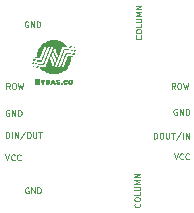
<source format=gbr>
%TF.GenerationSoftware,KiCad,Pcbnew,6.0.5*%
%TF.CreationDate,2022-10-09T08:24:47+11:00*%
%TF.ProjectId,ameoba,616d656f-6261-42e6-9b69-6361645f7063,rev?*%
%TF.SameCoordinates,Original*%
%TF.FileFunction,Legend,Top*%
%TF.FilePolarity,Positive*%
%FSLAX46Y46*%
G04 Gerber Fmt 4.6, Leading zero omitted, Abs format (unit mm)*
G04 Created by KiCad (PCBNEW 6.0.5) date 2022-10-09 08:24:47*
%MOMM*%
%LPD*%
G01*
G04 APERTURE LIST*
%ADD10C,0.125000*%
%ADD11C,0.150000*%
G04 APERTURE END LIST*
D10*
X32223954Y-25964320D02*
X32176335Y-25940510D01*
X32104907Y-25940510D01*
X32033478Y-25964320D01*
X31985859Y-26011939D01*
X31962049Y-26059558D01*
X31938240Y-26154796D01*
X31938240Y-26226224D01*
X31962049Y-26321462D01*
X31985859Y-26369081D01*
X32033478Y-26416700D01*
X32104907Y-26440510D01*
X32152526Y-26440510D01*
X32223954Y-26416700D01*
X32247764Y-26392891D01*
X32247764Y-26226224D01*
X32152526Y-26226224D01*
X32462049Y-26440510D02*
X32462049Y-25940510D01*
X32747764Y-26440510D01*
X32747764Y-25940510D01*
X32985859Y-26440510D02*
X32985859Y-25940510D01*
X33104907Y-25940510D01*
X33176335Y-25964320D01*
X33223954Y-26011939D01*
X33247764Y-26059558D01*
X33271573Y-26154796D01*
X33271573Y-26226224D01*
X33247764Y-26321462D01*
X33223954Y-26369081D01*
X33176335Y-26416700D01*
X33104907Y-26440510D01*
X32985859Y-26440510D01*
X31971324Y-29712137D02*
X32137991Y-30212137D01*
X32304657Y-29712137D01*
X32757038Y-30164518D02*
X32733229Y-30188327D01*
X32661800Y-30212137D01*
X32614181Y-30212137D01*
X32542752Y-30188327D01*
X32495133Y-30140708D01*
X32471324Y-30093089D01*
X32447514Y-29997851D01*
X32447514Y-29926423D01*
X32471324Y-29831185D01*
X32495133Y-29783566D01*
X32542752Y-29735947D01*
X32614181Y-29712137D01*
X32661800Y-29712137D01*
X32733229Y-29735947D01*
X32757038Y-29759756D01*
X33257038Y-30164518D02*
X33233229Y-30188327D01*
X33161800Y-30212137D01*
X33114181Y-30212137D01*
X33042752Y-30188327D01*
X32995133Y-30140708D01*
X32971324Y-30093089D01*
X32947514Y-29997851D01*
X32947514Y-29926423D01*
X32971324Y-29831185D01*
X32995133Y-29783566D01*
X33042752Y-29735947D01*
X33114181Y-29712137D01*
X33161800Y-29712137D01*
X33233229Y-29735947D01*
X33257038Y-29759756D01*
X19667736Y-32608677D02*
X19620117Y-32584867D01*
X19548689Y-32584867D01*
X19477260Y-32608677D01*
X19429641Y-32656296D01*
X19405831Y-32703915D01*
X19382022Y-32799153D01*
X19382022Y-32870581D01*
X19405831Y-32965819D01*
X19429641Y-33013438D01*
X19477260Y-33061057D01*
X19548689Y-33084867D01*
X19596308Y-33084867D01*
X19667736Y-33061057D01*
X19691546Y-33037248D01*
X19691546Y-32870581D01*
X19596308Y-32870581D01*
X19905831Y-33084867D02*
X19905831Y-32584867D01*
X20191546Y-33084867D01*
X20191546Y-32584867D01*
X20429641Y-33084867D02*
X20429641Y-32584867D01*
X20548689Y-32584867D01*
X20620117Y-32608677D01*
X20667736Y-32656296D01*
X20691546Y-32703915D01*
X20715355Y-32799153D01*
X20715355Y-32870581D01*
X20691546Y-32965819D01*
X20667736Y-33013438D01*
X20620117Y-33061057D01*
X20548689Y-33084867D01*
X20429641Y-33084867D01*
X18084990Y-24256936D02*
X17918324Y-24018841D01*
X17799276Y-24256936D02*
X17799276Y-23756936D01*
X17989752Y-23756936D01*
X18037371Y-23780746D01*
X18061181Y-23804555D01*
X18084990Y-23852174D01*
X18084990Y-23923603D01*
X18061181Y-23971222D01*
X18037371Y-23995031D01*
X17989752Y-24018841D01*
X17799276Y-24018841D01*
X18394514Y-23756936D02*
X18489752Y-23756936D01*
X18537371Y-23780746D01*
X18584990Y-23828365D01*
X18608800Y-23923603D01*
X18608800Y-24090269D01*
X18584990Y-24185507D01*
X18537371Y-24233126D01*
X18489752Y-24256936D01*
X18394514Y-24256936D01*
X18346895Y-24233126D01*
X18299276Y-24185507D01*
X18275467Y-24090269D01*
X18275467Y-23923603D01*
X18299276Y-23828365D01*
X18346895Y-23780746D01*
X18394514Y-23756936D01*
X18775467Y-23756936D02*
X18894514Y-24256936D01*
X18989752Y-23899793D01*
X19084990Y-24256936D01*
X19204038Y-23756936D01*
X17711927Y-29778306D02*
X17878594Y-30278306D01*
X18045260Y-29778306D01*
X18497641Y-30230687D02*
X18473832Y-30254496D01*
X18402403Y-30278306D01*
X18354784Y-30278306D01*
X18283355Y-30254496D01*
X18235736Y-30206877D01*
X18211927Y-30159258D01*
X18188117Y-30064020D01*
X18188117Y-29992592D01*
X18211927Y-29897354D01*
X18235736Y-29849735D01*
X18283355Y-29802116D01*
X18354784Y-29778306D01*
X18402403Y-29778306D01*
X18473832Y-29802116D01*
X18497641Y-29825925D01*
X18997641Y-30230687D02*
X18973832Y-30254496D01*
X18902403Y-30278306D01*
X18854784Y-30278306D01*
X18783355Y-30254496D01*
X18735736Y-30206877D01*
X18711927Y-30159258D01*
X18688117Y-30064020D01*
X18688117Y-29992592D01*
X18711927Y-29897354D01*
X18735736Y-29849735D01*
X18783355Y-29802116D01*
X18854784Y-29778306D01*
X18902403Y-29778306D01*
X18973832Y-29802116D01*
X18997641Y-29825925D01*
X32079711Y-24256936D02*
X31913045Y-24018841D01*
X31793997Y-24256936D02*
X31793997Y-23756936D01*
X31984473Y-23756936D01*
X32032092Y-23780746D01*
X32055902Y-23804555D01*
X32079711Y-23852174D01*
X32079711Y-23923603D01*
X32055902Y-23971222D01*
X32032092Y-23995031D01*
X31984473Y-24018841D01*
X31793997Y-24018841D01*
X32389235Y-23756936D02*
X32484473Y-23756936D01*
X32532092Y-23780746D01*
X32579711Y-23828365D01*
X32603521Y-23923603D01*
X32603521Y-24090269D01*
X32579711Y-24185507D01*
X32532092Y-24233126D01*
X32484473Y-24256936D01*
X32389235Y-24256936D01*
X32341616Y-24233126D01*
X32293997Y-24185507D01*
X32270188Y-24090269D01*
X32270188Y-23923603D01*
X32293997Y-23828365D01*
X32341616Y-23780746D01*
X32389235Y-23756936D01*
X32770188Y-23756936D02*
X32889235Y-24256936D01*
X32984473Y-23899793D01*
X33079711Y-24256936D01*
X33198759Y-23756936D01*
X18030726Y-26063573D02*
X17983107Y-26039763D01*
X17911679Y-26039763D01*
X17840250Y-26063573D01*
X17792631Y-26111192D01*
X17768821Y-26158811D01*
X17745012Y-26254049D01*
X17745012Y-26325477D01*
X17768821Y-26420715D01*
X17792631Y-26468334D01*
X17840250Y-26515953D01*
X17911679Y-26539763D01*
X17959298Y-26539763D01*
X18030726Y-26515953D01*
X18054536Y-26492144D01*
X18054536Y-26325477D01*
X17959298Y-26325477D01*
X18268821Y-26539763D02*
X18268821Y-26039763D01*
X18554536Y-26539763D01*
X18554536Y-26039763D01*
X18792631Y-26539763D02*
X18792631Y-26039763D01*
X18911679Y-26039763D01*
X18983107Y-26063573D01*
X19030726Y-26111192D01*
X19054536Y-26158811D01*
X19078345Y-26254049D01*
X19078345Y-26325477D01*
X19054536Y-26420715D01*
X19030726Y-26468334D01*
X18983107Y-26515953D01*
X18911679Y-26539763D01*
X18792631Y-26539763D01*
X29188561Y-19722279D02*
X29212370Y-19746089D01*
X29236180Y-19817517D01*
X29236180Y-19865136D01*
X29212370Y-19936565D01*
X29164751Y-19984184D01*
X29117132Y-20007993D01*
X29021894Y-20031803D01*
X28950466Y-20031803D01*
X28855228Y-20007993D01*
X28807609Y-19984184D01*
X28759990Y-19936565D01*
X28736180Y-19865136D01*
X28736180Y-19817517D01*
X28759990Y-19746089D01*
X28783799Y-19722279D01*
X28736180Y-19412755D02*
X28736180Y-19317517D01*
X28759990Y-19269898D01*
X28807609Y-19222279D01*
X28902847Y-19198470D01*
X29069513Y-19198470D01*
X29164751Y-19222279D01*
X29212370Y-19269898D01*
X29236180Y-19317517D01*
X29236180Y-19412755D01*
X29212370Y-19460374D01*
X29164751Y-19507993D01*
X29069513Y-19531803D01*
X28902847Y-19531803D01*
X28807609Y-19507993D01*
X28759990Y-19460374D01*
X28736180Y-19412755D01*
X29236180Y-18746089D02*
X29236180Y-18984184D01*
X28736180Y-18984184D01*
X28736180Y-18579422D02*
X29140942Y-18579422D01*
X29188561Y-18555612D01*
X29212370Y-18531803D01*
X29236180Y-18484184D01*
X29236180Y-18388946D01*
X29212370Y-18341327D01*
X29188561Y-18317517D01*
X29140942Y-18293708D01*
X28736180Y-18293708D01*
X29236180Y-18055612D02*
X28736180Y-18055612D01*
X29093323Y-17888946D01*
X28736180Y-17722279D01*
X29236180Y-17722279D01*
X29236180Y-17484184D02*
X28736180Y-17484184D01*
X29236180Y-17198470D01*
X28736180Y-17198470D01*
X30289699Y-28458661D02*
X30289699Y-27958661D01*
X30408747Y-27958661D01*
X30480175Y-27982471D01*
X30527795Y-28030090D01*
X30551604Y-28077709D01*
X30575414Y-28172947D01*
X30575414Y-28244375D01*
X30551604Y-28339613D01*
X30527795Y-28387232D01*
X30480175Y-28434851D01*
X30408747Y-28458661D01*
X30289699Y-28458661D01*
X30884937Y-27958661D02*
X30980175Y-27958661D01*
X31027795Y-27982471D01*
X31075414Y-28030090D01*
X31099223Y-28125328D01*
X31099223Y-28291994D01*
X31075414Y-28387232D01*
X31027795Y-28434851D01*
X30980175Y-28458661D01*
X30884937Y-28458661D01*
X30837318Y-28434851D01*
X30789699Y-28387232D01*
X30765890Y-28291994D01*
X30765890Y-28125328D01*
X30789699Y-28030090D01*
X30837318Y-27982471D01*
X30884937Y-27958661D01*
X31313509Y-27958661D02*
X31313509Y-28363423D01*
X31337318Y-28411042D01*
X31361128Y-28434851D01*
X31408747Y-28458661D01*
X31503985Y-28458661D01*
X31551604Y-28434851D01*
X31575414Y-28411042D01*
X31599223Y-28363423D01*
X31599223Y-27958661D01*
X31765890Y-27958661D02*
X32051604Y-27958661D01*
X31908747Y-28458661D02*
X31908747Y-27958661D01*
X32575414Y-27934851D02*
X32146842Y-28577709D01*
X32742080Y-28458661D02*
X32742080Y-27958661D01*
X32980175Y-28458661D02*
X32980175Y-27958661D01*
X33265890Y-28458661D01*
X33265890Y-27958661D01*
X29090965Y-33952686D02*
X29114774Y-33976496D01*
X29138584Y-34047924D01*
X29138584Y-34095543D01*
X29114774Y-34166972D01*
X29067155Y-34214591D01*
X29019536Y-34238400D01*
X28924298Y-34262210D01*
X28852870Y-34262210D01*
X28757632Y-34238400D01*
X28710013Y-34214591D01*
X28662394Y-34166972D01*
X28638584Y-34095543D01*
X28638584Y-34047924D01*
X28662394Y-33976496D01*
X28686203Y-33952686D01*
X28638584Y-33643162D02*
X28638584Y-33547924D01*
X28662394Y-33500305D01*
X28710013Y-33452686D01*
X28805251Y-33428877D01*
X28971917Y-33428877D01*
X29067155Y-33452686D01*
X29114774Y-33500305D01*
X29138584Y-33547924D01*
X29138584Y-33643162D01*
X29114774Y-33690781D01*
X29067155Y-33738400D01*
X28971917Y-33762210D01*
X28805251Y-33762210D01*
X28710013Y-33738400D01*
X28662394Y-33690781D01*
X28638584Y-33643162D01*
X29138584Y-32976496D02*
X29138584Y-33214591D01*
X28638584Y-33214591D01*
X28638584Y-32809829D02*
X29043346Y-32809829D01*
X29090965Y-32786019D01*
X29114774Y-32762210D01*
X29138584Y-32714591D01*
X29138584Y-32619353D01*
X29114774Y-32571734D01*
X29090965Y-32547924D01*
X29043346Y-32524115D01*
X28638584Y-32524115D01*
X29138584Y-32286019D02*
X28638584Y-32286019D01*
X28995727Y-32119353D01*
X28638584Y-31952686D01*
X29138584Y-31952686D01*
X29138584Y-31714591D02*
X28638584Y-31714591D01*
X29138584Y-31428877D01*
X28638584Y-31428877D01*
X19618779Y-18553404D02*
X19571160Y-18529594D01*
X19499732Y-18529594D01*
X19428303Y-18553404D01*
X19380684Y-18601023D01*
X19356874Y-18648642D01*
X19333065Y-18743880D01*
X19333065Y-18815308D01*
X19356874Y-18910546D01*
X19380684Y-18958165D01*
X19428303Y-19005784D01*
X19499732Y-19029594D01*
X19547351Y-19029594D01*
X19618779Y-19005784D01*
X19642589Y-18981975D01*
X19642589Y-18815308D01*
X19547351Y-18815308D01*
X19856874Y-19029594D02*
X19856874Y-18529594D01*
X20142589Y-19029594D01*
X20142589Y-18529594D01*
X20380684Y-19029594D02*
X20380684Y-18529594D01*
X20499732Y-18529594D01*
X20571160Y-18553404D01*
X20618779Y-18601023D01*
X20642589Y-18648642D01*
X20666398Y-18743880D01*
X20666398Y-18815308D01*
X20642589Y-18910546D01*
X20618779Y-18958165D01*
X20571160Y-19005784D01*
X20499732Y-19029594D01*
X20380684Y-19029594D01*
X17750694Y-28392492D02*
X17750694Y-27892492D01*
X17869742Y-27892492D01*
X17941170Y-27916302D01*
X17988790Y-27963921D01*
X18012599Y-28011540D01*
X18036409Y-28106778D01*
X18036409Y-28178206D01*
X18012599Y-28273444D01*
X17988790Y-28321063D01*
X17941170Y-28368682D01*
X17869742Y-28392492D01*
X17750694Y-28392492D01*
X18250694Y-28392492D02*
X18250694Y-27892492D01*
X18488790Y-28392492D02*
X18488790Y-27892492D01*
X18774504Y-28392492D01*
X18774504Y-27892492D01*
X19369742Y-27868682D02*
X18941170Y-28511540D01*
X19631647Y-27892492D02*
X19726885Y-27892492D01*
X19774504Y-27916302D01*
X19822123Y-27963921D01*
X19845932Y-28059159D01*
X19845932Y-28225825D01*
X19822123Y-28321063D01*
X19774504Y-28368682D01*
X19726885Y-28392492D01*
X19631647Y-28392492D01*
X19584028Y-28368682D01*
X19536409Y-28321063D01*
X19512599Y-28225825D01*
X19512599Y-28059159D01*
X19536409Y-27963921D01*
X19584028Y-27916302D01*
X19631647Y-27892492D01*
X20060218Y-27892492D02*
X20060218Y-28297254D01*
X20084028Y-28344873D01*
X20107837Y-28368682D01*
X20155456Y-28392492D01*
X20250694Y-28392492D01*
X20298313Y-28368682D01*
X20322123Y-28344873D01*
X20345932Y-28297254D01*
X20345932Y-27892492D01*
X20512599Y-27892492D02*
X20798313Y-27892492D01*
X20655456Y-28392492D02*
X20655456Y-27892492D01*
D11*
%TO.C,*%
%TO.C,G_logo*%
G36*
X20387908Y-22073303D02*
G01*
X20384326Y-22086487D01*
X20380625Y-22095170D01*
X20380477Y-22095379D01*
X20376886Y-22102419D01*
X20370859Y-22116345D01*
X20363583Y-22134389D01*
X20362207Y-22137927D01*
X20347750Y-22175318D01*
X20281519Y-22175318D01*
X20252903Y-22175072D01*
X20233304Y-22174245D01*
X20221432Y-22172709D01*
X20215999Y-22170332D01*
X20215288Y-22168613D01*
X20218588Y-22158785D01*
X20219998Y-22157009D01*
X20223793Y-22150297D01*
X20230107Y-22136302D01*
X20237890Y-22117423D01*
X20242468Y-22105694D01*
X20260227Y-22059277D01*
X20325877Y-22057831D01*
X20391527Y-22056384D01*
X20387908Y-22073303D01*
G37*
G36*
X22505375Y-23763428D02*
G01*
X22529396Y-23764290D01*
X22550007Y-23765868D01*
X22564923Y-23768152D01*
X22571733Y-23770957D01*
X22574636Y-23780294D01*
X22576208Y-23799739D01*
X22576454Y-23829345D01*
X22576233Y-23841871D01*
X22574780Y-23905612D01*
X22496870Y-23907032D01*
X22465871Y-23907431D01*
X22443620Y-23907240D01*
X22428560Y-23906343D01*
X22419136Y-23904622D01*
X22413792Y-23901959D01*
X22412504Y-23900672D01*
X22410135Y-23892610D01*
X22408589Y-23876899D01*
X22407834Y-23856170D01*
X22407842Y-23833054D01*
X22408581Y-23810181D01*
X22410021Y-23790183D01*
X22412134Y-23775689D01*
X22413994Y-23770232D01*
X22420830Y-23767354D01*
X22435670Y-23765246D01*
X22456229Y-23763896D01*
X22480224Y-23763293D01*
X22505375Y-23763428D01*
G37*
G36*
X23031871Y-23645166D02*
G01*
X23041856Y-23600271D01*
X23058478Y-23561940D01*
X23081262Y-23530824D01*
X23109732Y-23507577D01*
X23142491Y-23493115D01*
X23189148Y-23480973D01*
X23228951Y-23474050D01*
X23263901Y-23472273D01*
X23295997Y-23475567D01*
X23327238Y-23483857D01*
X23333321Y-23486020D01*
X23349510Y-23493575D01*
X23366886Y-23504127D01*
X23383045Y-23515880D01*
X23395588Y-23527040D01*
X23402112Y-23535810D01*
X23402537Y-23537756D01*
X23405305Y-23545199D01*
X23412059Y-23556359D01*
X23412948Y-23557626D01*
X23420092Y-23569952D01*
X23428705Y-23588050D01*
X23436692Y-23607417D01*
X23442951Y-23625118D01*
X23446679Y-23640093D01*
X23448319Y-23655868D01*
X23448313Y-23675967D01*
X23447583Y-23694161D01*
X23441298Y-23745184D01*
X23427669Y-23788974D01*
X23406773Y-23825458D01*
X23378689Y-23854563D01*
X23343494Y-23876219D01*
X23301268Y-23890352D01*
X23252088Y-23896890D01*
X23227186Y-23897328D01*
X23205946Y-23896332D01*
X23185738Y-23894262D01*
X23174243Y-23892265D01*
X23137253Y-23878571D01*
X23103229Y-23856516D01*
X23074106Y-23827901D01*
X23051818Y-23794526D01*
X23040941Y-23768088D01*
X23032698Y-23729635D01*
X23029503Y-23687230D01*
X23029597Y-23685509D01*
X23203978Y-23685509D01*
X23204259Y-23714795D01*
X23205257Y-23735865D01*
X23207204Y-23750805D01*
X23210333Y-23761703D01*
X23213136Y-23767653D01*
X23225037Y-23780721D01*
X23240004Y-23784804D01*
X23255559Y-23779614D01*
X23262830Y-23773403D01*
X23271807Y-23757661D01*
X23277803Y-23734696D01*
X23280856Y-23707144D01*
X23281005Y-23677645D01*
X23278289Y-23648838D01*
X23272745Y-23623359D01*
X23264414Y-23603849D01*
X23260268Y-23598262D01*
X23247159Y-23590225D01*
X23232406Y-23591399D01*
X23218219Y-23601431D01*
X23214803Y-23605570D01*
X23210250Y-23612706D01*
X23207175Y-23621018D01*
X23205297Y-23632592D01*
X23204332Y-23649514D01*
X23203998Y-23673868D01*
X23203978Y-23685509D01*
X23029597Y-23685509D01*
X23031743Y-23646126D01*
X23031871Y-23645166D01*
G37*
G36*
X22237576Y-23474448D02*
G01*
X22274918Y-23484826D01*
X22307251Y-23500310D01*
X22333334Y-23520463D01*
X22351930Y-23544850D01*
X22360614Y-23567238D01*
X22364016Y-23583766D01*
X22364113Y-23595364D01*
X22359596Y-23602833D01*
X22349161Y-23606975D01*
X22331501Y-23608591D01*
X22305310Y-23608482D01*
X22293876Y-23608185D01*
X22267370Y-23607220D01*
X22248943Y-23605838D01*
X22236359Y-23603641D01*
X22227383Y-23600229D01*
X22219779Y-23595202D01*
X22219370Y-23594881D01*
X22199645Y-23585177D01*
X22177920Y-23583806D01*
X22167771Y-23586408D01*
X22160490Y-23590473D01*
X22160055Y-23594842D01*
X22167128Y-23599845D01*
X22182372Y-23605809D01*
X22206448Y-23613064D01*
X22238539Y-23621563D01*
X22283186Y-23635819D01*
X22318378Y-23653609D01*
X22344476Y-23675294D01*
X22361842Y-23701237D01*
X22370835Y-23731800D01*
X22372345Y-23755961D01*
X22367473Y-23793713D01*
X22354102Y-23825627D01*
X22332254Y-23851682D01*
X22301949Y-23871856D01*
X22263208Y-23886127D01*
X22244868Y-23890272D01*
X22215503Y-23894409D01*
X22182730Y-23896678D01*
X22150708Y-23896947D01*
X22123596Y-23895081D01*
X22118354Y-23894313D01*
X22082747Y-23884884D01*
X22053557Y-23869038D01*
X22034833Y-23852674D01*
X22014163Y-23828852D01*
X22001253Y-23807282D01*
X21994731Y-23785422D01*
X21993624Y-23776296D01*
X21991999Y-23756049D01*
X22070447Y-23754626D01*
X22148895Y-23753204D01*
X22156927Y-23768734D01*
X22168725Y-23782606D01*
X22184091Y-23788242D01*
X22200382Y-23784676D01*
X22200391Y-23784672D01*
X22209994Y-23776287D01*
X22210127Y-23767231D01*
X22201541Y-23758227D01*
X22184986Y-23749998D01*
X22161213Y-23743267D01*
X22156465Y-23742316D01*
X22116707Y-23733716D01*
X22085447Y-23724390D01*
X22060869Y-23713697D01*
X22042436Y-23701977D01*
X22017753Y-23677731D01*
X22001929Y-23650244D01*
X21994576Y-23620843D01*
X21995305Y-23590857D01*
X22003728Y-23561613D01*
X22019456Y-23534440D01*
X22042101Y-23510664D01*
X22071275Y-23491614D01*
X22106589Y-23478618D01*
X22107870Y-23478304D01*
X22152814Y-23470751D01*
X22196462Y-23469611D01*
X22237576Y-23474448D01*
G37*
G36*
X20165149Y-22283986D02*
G01*
X20182186Y-22284964D01*
X20192542Y-22286392D01*
X20194651Y-22287491D01*
X20192881Y-22293720D01*
X20188149Y-22307154D01*
X20181307Y-22325417D01*
X20177525Y-22335196D01*
X20160408Y-22379034D01*
X20110904Y-22380505D01*
X20089392Y-22380742D01*
X20072048Y-22380175D01*
X20061250Y-22378923D01*
X20058919Y-22377926D01*
X20059644Y-22371674D01*
X20063636Y-22358236D01*
X20070161Y-22339931D01*
X20074515Y-22328749D01*
X20092591Y-22283623D01*
X20143625Y-22283623D01*
X20165149Y-22283986D01*
G37*
G36*
X23635531Y-20974326D02*
G01*
X23646659Y-20975093D01*
X23652169Y-20976780D01*
X23653624Y-20979582D01*
X23652999Y-20982521D01*
X23649964Y-20990995D01*
X23644169Y-21006637D01*
X23636533Y-21026980D01*
X23630363Y-21043277D01*
X23610771Y-21094851D01*
X23545334Y-21096294D01*
X23517033Y-21096681D01*
X23497716Y-21096306D01*
X23486075Y-21095065D01*
X23480799Y-21092856D01*
X23480138Y-21091137D01*
X23482086Y-21083925D01*
X23487186Y-21069399D01*
X23494631Y-21049769D01*
X23502336Y-21030384D01*
X23524292Y-20976232D01*
X23590167Y-20974785D01*
X23617222Y-20974288D01*
X23635531Y-20974326D01*
G37*
G36*
X21410715Y-21617358D02*
G01*
X21419474Y-21595115D01*
X21429551Y-21569529D01*
X21442894Y-21535678D01*
X21458978Y-21494893D01*
X21477280Y-21448503D01*
X21497274Y-21397835D01*
X21518436Y-21344221D01*
X21527839Y-21320403D01*
X21632735Y-21320403D01*
X21666008Y-21403607D01*
X21679718Y-21437986D01*
X21694714Y-21475749D01*
X21709474Y-21513052D01*
X21722475Y-21546053D01*
X21726547Y-21556435D01*
X21736514Y-21581606D01*
X21745374Y-21603464D01*
X21752355Y-21620144D01*
X21756687Y-21629782D01*
X21757483Y-21631216D01*
X21761278Y-21639116D01*
X21766244Y-21652492D01*
X21767729Y-21657003D01*
X21771178Y-21666684D01*
X21777936Y-21684653D01*
X21787503Y-21709615D01*
X21799375Y-21740272D01*
X21813053Y-21775328D01*
X21828035Y-21813487D01*
X21838531Y-21840090D01*
X21853971Y-21879150D01*
X21868361Y-21915565D01*
X21881220Y-21948116D01*
X21892068Y-21975587D01*
X21900423Y-21996759D01*
X21905805Y-22010415D01*
X21907552Y-22014866D01*
X21911750Y-22023326D01*
X21914311Y-22025180D01*
X21916678Y-22020019D01*
X21922267Y-22006609D01*
X21930529Y-21986304D01*
X21940915Y-21960459D01*
X21952878Y-21930425D01*
X21961076Y-21909714D01*
X21973768Y-21877149D01*
X21985077Y-21847318D01*
X21994465Y-21821706D01*
X22001396Y-21801799D01*
X22005331Y-21789084D01*
X22006030Y-21785528D01*
X22004203Y-21778957D01*
X21998880Y-21763647D01*
X21990384Y-21740443D01*
X21979036Y-21710187D01*
X21965158Y-21673724D01*
X21949071Y-21631898D01*
X21931096Y-21585551D01*
X21911557Y-21535529D01*
X21890773Y-21482675D01*
X21886136Y-21470929D01*
X21864562Y-21416313D01*
X21843662Y-21363394D01*
X21823821Y-21313148D01*
X21805424Y-21266551D01*
X21788856Y-21224577D01*
X21774503Y-21188204D01*
X21762749Y-21158406D01*
X21753979Y-21136158D01*
X21748579Y-21122437D01*
X21748261Y-21121628D01*
X21740454Y-21102264D01*
X21734049Y-21087363D01*
X21729929Y-21078929D01*
X21728934Y-21077790D01*
X21726716Y-21082826D01*
X21721263Y-21096162D01*
X21713096Y-21116490D01*
X21702738Y-21142505D01*
X21690712Y-21172900D01*
X21680085Y-21199891D01*
X21632735Y-21320403D01*
X21527839Y-21320403D01*
X21540242Y-21288987D01*
X21562168Y-21233465D01*
X21573120Y-21205734D01*
X21604179Y-21127095D01*
X21631664Y-21057483D01*
X21655794Y-20996332D01*
X21674762Y-20948218D01*
X21778548Y-20948218D01*
X21826571Y-21070530D01*
X21837592Y-21098564D01*
X21851114Y-21132901D01*
X21866686Y-21172400D01*
X21883855Y-21215919D01*
X21902171Y-21262314D01*
X21921183Y-21310446D01*
X21940438Y-21359172D01*
X21959485Y-21407350D01*
X21977873Y-21453838D01*
X21995151Y-21497494D01*
X22010867Y-21537177D01*
X22024569Y-21571745D01*
X22035807Y-21600056D01*
X22044128Y-21620968D01*
X22048832Y-21632720D01*
X22055134Y-21646709D01*
X22059846Y-21650863D01*
X22064537Y-21645159D01*
X22069728Y-21632410D01*
X22073717Y-21622032D01*
X22080743Y-21604115D01*
X22090001Y-21580695D01*
X22100688Y-21553806D01*
X22107871Y-21535805D01*
X22119225Y-21507353D01*
X22129837Y-21480679D01*
X22138850Y-21457943D01*
X22145406Y-21441306D01*
X22147829Y-21435086D01*
X22155836Y-21414306D01*
X22108913Y-21295837D01*
X22094179Y-21258604D01*
X22077091Y-21215367D01*
X22058208Y-21167546D01*
X22038091Y-21116565D01*
X22017300Y-21063843D01*
X21996396Y-21010804D01*
X21975938Y-20958869D01*
X21956487Y-20909459D01*
X21938602Y-20863996D01*
X21922845Y-20823902D01*
X21909775Y-20790598D01*
X21900184Y-20766102D01*
X21891404Y-20744271D01*
X21883772Y-20726485D01*
X21878139Y-20714652D01*
X21875433Y-20710660D01*
X21872606Y-20715202D01*
X21866908Y-20727724D01*
X21859055Y-20746537D01*
X21849766Y-20769953D01*
X21845309Y-20781541D01*
X21835137Y-20808079D01*
X21825717Y-20832365D01*
X21817914Y-20852188D01*
X21812595Y-20865338D01*
X21811492Y-20867927D01*
X21805954Y-20880933D01*
X21798380Y-20899209D01*
X21791621Y-20915809D01*
X21778548Y-20948218D01*
X21674762Y-20948218D01*
X21676788Y-20943078D01*
X21694866Y-20897155D01*
X21710247Y-20857999D01*
X21723150Y-20825044D01*
X21733794Y-20797724D01*
X21742398Y-20775476D01*
X21749182Y-20757733D01*
X21754365Y-20743931D01*
X21758166Y-20733504D01*
X21760803Y-20725888D01*
X21762498Y-20720517D01*
X21763467Y-20716826D01*
X21763932Y-20714250D01*
X21764009Y-20713579D01*
X21764013Y-20709779D01*
X21762232Y-20706978D01*
X21757283Y-20704993D01*
X21747781Y-20703644D01*
X21732343Y-20702746D01*
X21709585Y-20702120D01*
X21678123Y-20701582D01*
X21672066Y-20701490D01*
X21579058Y-20700089D01*
X21548984Y-20778851D01*
X21538285Y-20806684D01*
X21528342Y-20832213D01*
X21519959Y-20853393D01*
X21513944Y-20868180D01*
X21511828Y-20873085D01*
X21504911Y-20888986D01*
X21496435Y-20909644D01*
X21487212Y-20932926D01*
X21478056Y-20956697D01*
X21469782Y-20978824D01*
X21463203Y-20997173D01*
X21459132Y-21009609D01*
X21458212Y-21013666D01*
X21455877Y-21022320D01*
X21450054Y-21035414D01*
X21447820Y-21039677D01*
X21443813Y-21048355D01*
X21436573Y-21065394D01*
X21426599Y-21089539D01*
X21414391Y-21119534D01*
X21400448Y-21154126D01*
X21385270Y-21192060D01*
X21369358Y-21232080D01*
X21353212Y-21272933D01*
X21337330Y-21313363D01*
X21322212Y-21352116D01*
X21308360Y-21387937D01*
X21296272Y-21419571D01*
X21292303Y-21430079D01*
X21284212Y-21451260D01*
X21276620Y-21470578D01*
X21270897Y-21484562D01*
X21269922Y-21486810D01*
X21264694Y-21499187D01*
X21256790Y-21518641D01*
X21246756Y-21543772D01*
X21235134Y-21573180D01*
X21222469Y-21605463D01*
X21209303Y-21639220D01*
X21196180Y-21673051D01*
X21183644Y-21705555D01*
X21172238Y-21735330D01*
X21162506Y-21760976D01*
X21154992Y-21781091D01*
X21150238Y-21794276D01*
X21148770Y-21799058D01*
X21146399Y-21807572D01*
X21142360Y-21815931D01*
X21139112Y-21823070D01*
X21132528Y-21838723D01*
X21123048Y-21861808D01*
X21111109Y-21891240D01*
X21097152Y-21925934D01*
X21081615Y-21964807D01*
X21064936Y-22006775D01*
X21058443Y-22023176D01*
X20980937Y-22219156D01*
X20752532Y-22220499D01*
X20524126Y-22221842D01*
X20501220Y-22173486D01*
X20491625Y-22152451D01*
X20484006Y-22134264D01*
X20479326Y-22121312D01*
X20478313Y-22116701D01*
X20479028Y-22114660D01*
X20481764Y-22112975D01*
X20487412Y-22111612D01*
X20496861Y-22110538D01*
X20511003Y-22109720D01*
X20530726Y-22109122D01*
X20556920Y-22108712D01*
X20590476Y-22108457D01*
X20632283Y-22108322D01*
X20683231Y-22108275D01*
X20701528Y-22108272D01*
X20924742Y-22108272D01*
X20930339Y-22094090D01*
X20933263Y-22086686D01*
X20939606Y-22070631D01*
X20948995Y-22046865D01*
X20961060Y-22016330D01*
X20975429Y-21979967D01*
X20991728Y-21938716D01*
X21009587Y-21893520D01*
X21028634Y-21845319D01*
X21037833Y-21822039D01*
X21074827Y-21728418D01*
X21108316Y-21643665D01*
X21138587Y-21567052D01*
X21165927Y-21497854D01*
X21190621Y-21435346D01*
X21212957Y-21378801D01*
X21233221Y-21327494D01*
X21251700Y-21280699D01*
X21268680Y-21237690D01*
X21284448Y-21197741D01*
X21299291Y-21160126D01*
X21313495Y-21124120D01*
X21327347Y-21088997D01*
X21341133Y-21054030D01*
X21355140Y-21018495D01*
X21362650Y-20999440D01*
X21380204Y-20954907D01*
X21397368Y-20911378D01*
X21413591Y-20870248D01*
X21428324Y-20832914D01*
X21441015Y-20800768D01*
X21451115Y-20775206D01*
X21458072Y-20757624D01*
X21458855Y-20755648D01*
X21467093Y-20734646D01*
X21473681Y-20717412D01*
X21477821Y-20706057D01*
X21478841Y-20702672D01*
X21473951Y-20701930D01*
X21460348Y-20701421D01*
X21439631Y-20701163D01*
X21413398Y-20701177D01*
X21383250Y-20701481D01*
X21382753Y-20701488D01*
X21286665Y-20702892D01*
X21258369Y-20774836D01*
X21248394Y-20800409D01*
X21239847Y-20822723D01*
X21233415Y-20839951D01*
X21229786Y-20850267D01*
X21229246Y-20852197D01*
X21225885Y-20861489D01*
X21224810Y-20863382D01*
X21221470Y-20870472D01*
X21215307Y-20885118D01*
X21207027Y-20905510D01*
X21197337Y-20929834D01*
X21186942Y-20956278D01*
X21176549Y-20983031D01*
X21166865Y-21008280D01*
X21158595Y-21030214D01*
X21152446Y-21047019D01*
X21149123Y-21056884D01*
X21148738Y-21058578D01*
X21146478Y-21066480D01*
X21141032Y-21078452D01*
X21140548Y-21079379D01*
X21138470Y-21083328D01*
X21136504Y-21087223D01*
X21134297Y-21091941D01*
X21131498Y-21098361D01*
X21127755Y-21107359D01*
X21122715Y-21119814D01*
X21116028Y-21136602D01*
X21107340Y-21158602D01*
X21096301Y-21186691D01*
X21082558Y-21221746D01*
X21065759Y-21264644D01*
X21045553Y-21316264D01*
X21045415Y-21316618D01*
X21030261Y-21355288D01*
X21016152Y-21391208D01*
X21003567Y-21423165D01*
X20992985Y-21449947D01*
X20984884Y-21470341D01*
X20979744Y-21483134D01*
X20978212Y-21486810D01*
X20972776Y-21499601D01*
X20964754Y-21519342D01*
X20954706Y-21544579D01*
X20943191Y-21573861D01*
X20930768Y-21605733D01*
X20917997Y-21638742D01*
X20905438Y-21671436D01*
X20893650Y-21702362D01*
X20883191Y-21730065D01*
X20874623Y-21753094D01*
X20868503Y-21769995D01*
X20865392Y-21779315D01*
X20865115Y-21780576D01*
X20862023Y-21789254D01*
X20860098Y-21791008D01*
X20856056Y-21797225D01*
X20850449Y-21810398D01*
X20844998Y-21826125D01*
X20830022Y-21867340D01*
X20809903Y-21911285D01*
X20806802Y-21917450D01*
X20800256Y-21930343D01*
X20609952Y-21931697D01*
X20561077Y-21931915D01*
X20517824Y-21931845D01*
X20481026Y-21931504D01*
X20451513Y-21930906D01*
X20430121Y-21930065D01*
X20417680Y-21928998D01*
X20414806Y-21928209D01*
X20411520Y-21921308D01*
X20406980Y-21907277D01*
X20401850Y-21888813D01*
X20396794Y-21868608D01*
X20392476Y-21849359D01*
X20389560Y-21833758D01*
X20388708Y-21824500D01*
X20388974Y-21823328D01*
X20394482Y-21822420D01*
X20409109Y-21821588D01*
X20431658Y-21820858D01*
X20460933Y-21820254D01*
X20495737Y-21819804D01*
X20534874Y-21819532D01*
X20568982Y-21819460D01*
X20746717Y-21819460D01*
X20752489Y-21805277D01*
X20758935Y-21789610D01*
X20764769Y-21775623D01*
X20768761Y-21765709D01*
X20775661Y-21748131D01*
X20784700Y-21724862D01*
X20795113Y-21697876D01*
X20802883Y-21677633D01*
X20813824Y-21649205D01*
X20823970Y-21623101D01*
X20832544Y-21601294D01*
X20838774Y-21585760D01*
X20841338Y-21579643D01*
X20844861Y-21571148D01*
X20851848Y-21553806D01*
X20862000Y-21528376D01*
X20875017Y-21495615D01*
X20890602Y-21456280D01*
X20908454Y-21411128D01*
X20928274Y-21360918D01*
X20949764Y-21306406D01*
X20972624Y-21248351D01*
X20996555Y-21187509D01*
X21021258Y-21124639D01*
X21046435Y-21060497D01*
X21062289Y-21020069D01*
X21077334Y-20981718D01*
X21091318Y-20946118D01*
X21103760Y-20914492D01*
X21114178Y-20888063D01*
X21122090Y-20868057D01*
X21127012Y-20855696D01*
X21128332Y-20852455D01*
X21135905Y-20834174D01*
X21144862Y-20811885D01*
X21154437Y-20787577D01*
X21163865Y-20763238D01*
X21172382Y-20740857D01*
X21179223Y-20722422D01*
X21183622Y-20709922D01*
X21184872Y-20705479D01*
X21180048Y-20703384D01*
X21166883Y-20701802D01*
X21147339Y-20700719D01*
X21123376Y-20700122D01*
X21096955Y-20699998D01*
X21070037Y-20700334D01*
X21044582Y-20701116D01*
X21022552Y-20702331D01*
X21005907Y-20703966D01*
X20996608Y-20706007D01*
X20995491Y-20706760D01*
X20991987Y-20713679D01*
X20985684Y-20728393D01*
X20977353Y-20749019D01*
X20967764Y-20773676D01*
X20963309Y-20785409D01*
X20953136Y-20812187D01*
X20943671Y-20836697D01*
X20935769Y-20856752D01*
X20930285Y-20870167D01*
X20929006Y-20873085D01*
X20924222Y-20884239D01*
X20916488Y-20903110D01*
X20906556Y-20927787D01*
X20895182Y-20956360D01*
X20883120Y-20986919D01*
X20871125Y-21017555D01*
X20859951Y-21046357D01*
X20850353Y-21071416D01*
X20844453Y-21087115D01*
X20838626Y-21102448D01*
X20829644Y-21125602D01*
X20818195Y-21154827D01*
X20804966Y-21188372D01*
X20790645Y-21224487D01*
X20777565Y-21257308D01*
X20762773Y-21294420D01*
X20748387Y-21330684D01*
X20735109Y-21364310D01*
X20723647Y-21393508D01*
X20714704Y-21416488D01*
X20709504Y-21430079D01*
X20701018Y-21452215D01*
X20692624Y-21473403D01*
X20685900Y-21489671D01*
X20684902Y-21491968D01*
X20679539Y-21504745D01*
X20671551Y-21524512D01*
X20661996Y-21548624D01*
X20651931Y-21574436D01*
X20651414Y-21575775D01*
X20627010Y-21638953D01*
X20390205Y-21638953D01*
X20341893Y-21638894D01*
X20296892Y-21638725D01*
X20256221Y-21638459D01*
X20220899Y-21638107D01*
X20191946Y-21637682D01*
X20170379Y-21637195D01*
X20157219Y-21636658D01*
X20153400Y-21636159D01*
X20154615Y-21634638D01*
X20158879Y-21631941D01*
X20167122Y-21627626D01*
X20180271Y-21621251D01*
X20199257Y-21612374D01*
X20225006Y-21600553D01*
X20258449Y-21585346D01*
X20293938Y-21569284D01*
X20320963Y-21556799D01*
X20339754Y-21547354D01*
X20351643Y-21540130D01*
X20357962Y-21534310D01*
X20360043Y-21529074D01*
X20360066Y-21528658D01*
X20369290Y-21402034D01*
X20388143Y-21278699D01*
X20416538Y-21158908D01*
X20454387Y-21042914D01*
X20501602Y-20930972D01*
X20558096Y-20823334D01*
X20623780Y-20720256D01*
X20654385Y-20677986D01*
X20686861Y-20636658D01*
X20723133Y-20593753D01*
X20761041Y-20551649D01*
X20798421Y-20512723D01*
X20833112Y-20479354D01*
X20843320Y-20470212D01*
X20940632Y-20390997D01*
X21040845Y-20321523D01*
X21144522Y-20261531D01*
X21252222Y-20210759D01*
X21364509Y-20168944D01*
X21481942Y-20135825D01*
X21605085Y-20111141D01*
X21618090Y-20109071D01*
X21640794Y-20105964D01*
X21665083Y-20103580D01*
X21692656Y-20101839D01*
X21725213Y-20100661D01*
X21764452Y-20099967D01*
X21812072Y-20099678D01*
X21819227Y-20099666D01*
X21864218Y-20099707D01*
X21901085Y-20100053D01*
X21932016Y-20100845D01*
X21959201Y-20102220D01*
X21984827Y-20104320D01*
X22011084Y-20107283D01*
X22040161Y-20111249D01*
X22069359Y-20115609D01*
X22095568Y-20120399D01*
X22128676Y-20127630D01*
X22165768Y-20136574D01*
X22203926Y-20146506D01*
X22240234Y-20156700D01*
X22266095Y-20164589D01*
X22342041Y-20191020D01*
X22414757Y-20220975D01*
X22486400Y-20255523D01*
X22559129Y-20295735D01*
X22635103Y-20342683D01*
X22665654Y-20362766D01*
X22702162Y-20389172D01*
X22743040Y-20422265D01*
X22786555Y-20460412D01*
X22830977Y-20501984D01*
X22874572Y-20545349D01*
X22915610Y-20588877D01*
X22952358Y-20630936D01*
X22959183Y-20639202D01*
X23006984Y-20697734D01*
X22774583Y-20699076D01*
X22542181Y-20700417D01*
X22512879Y-20776436D01*
X22502275Y-20803803D01*
X22492453Y-20828887D01*
X22484242Y-20849594D01*
X22478468Y-20863831D01*
X22476727Y-20867927D01*
X22470914Y-20881663D01*
X22462526Y-20902279D01*
X22452257Y-20927992D01*
X22440800Y-20957022D01*
X22428847Y-20987588D01*
X22417091Y-21017909D01*
X22406226Y-21046203D01*
X22396943Y-21070689D01*
X22389936Y-21089587D01*
X22385898Y-21101115D01*
X22385448Y-21102587D01*
X22380980Y-21116035D01*
X22376819Y-21125161D01*
X22376383Y-21125795D01*
X22373877Y-21131357D01*
X22367931Y-21145725D01*
X22358861Y-21168102D01*
X22346987Y-21197690D01*
X22332625Y-21233689D01*
X22316094Y-21275301D01*
X22297713Y-21321729D01*
X22277799Y-21372174D01*
X22256671Y-21425837D01*
X22244871Y-21455866D01*
X22223106Y-21511269D01*
X22202315Y-21564144D01*
X22182826Y-21613662D01*
X22164968Y-21658990D01*
X22149069Y-21699297D01*
X22135456Y-21733750D01*
X22124459Y-21761518D01*
X22116405Y-21781769D01*
X22111623Y-21793671D01*
X22110552Y-21796252D01*
X22100799Y-21819259D01*
X22091719Y-21841717D01*
X22084166Y-21861399D01*
X22078996Y-21876075D01*
X22077063Y-21883518D01*
X22077063Y-21883527D01*
X22074817Y-21891799D01*
X22069850Y-21902850D01*
X22066124Y-21911143D01*
X22059247Y-21927596D01*
X22049659Y-21951094D01*
X22037796Y-21980523D01*
X22024098Y-22014770D01*
X22009001Y-22052720D01*
X21992944Y-22093259D01*
X21976366Y-22135273D01*
X21959704Y-22177648D01*
X21943397Y-22219271D01*
X21927882Y-22259026D01*
X21913598Y-22295800D01*
X21900982Y-22328479D01*
X21890473Y-22355949D01*
X21882510Y-22377096D01*
X21877529Y-22390806D01*
X21875958Y-22395896D01*
X21878614Y-22398295D01*
X21887262Y-22400058D01*
X21902918Y-22401255D01*
X21926601Y-22401957D01*
X21959329Y-22402232D01*
X21968764Y-22402242D01*
X22061570Y-22402242D01*
X22071714Y-22380323D01*
X22075317Y-22371823D01*
X22082338Y-22354592D01*
X22092431Y-22329503D01*
X22105251Y-22297430D01*
X22120453Y-22259247D01*
X22137693Y-22215826D01*
X22156624Y-22168040D01*
X22176901Y-22116763D01*
X22198180Y-22062869D01*
X22220115Y-22007229D01*
X22242362Y-21950718D01*
X22264574Y-21894209D01*
X22286407Y-21838576D01*
X22307515Y-21784690D01*
X22327554Y-21733426D01*
X22338254Y-21705998D01*
X22350860Y-21673767D01*
X22363004Y-21642911D01*
X22373898Y-21615418D01*
X22382754Y-21593277D01*
X22388783Y-21578478D01*
X22389373Y-21577064D01*
X22396046Y-21560855D01*
X22405319Y-21537864D01*
X22416715Y-21509310D01*
X22429758Y-21476412D01*
X22443973Y-21440387D01*
X22458883Y-21402453D01*
X22474011Y-21363830D01*
X22488883Y-21325736D01*
X22503022Y-21289388D01*
X22515952Y-21256006D01*
X22527196Y-21226807D01*
X22536279Y-21203010D01*
X22542725Y-21185833D01*
X22546058Y-21176494D01*
X22546415Y-21175184D01*
X22548690Y-21167709D01*
X22554183Y-21156201D01*
X22554363Y-21155868D01*
X22558343Y-21147247D01*
X22565479Y-21130451D01*
X22575182Y-21106917D01*
X22586867Y-21078081D01*
X22599945Y-21045380D01*
X22613012Y-21012333D01*
X22663713Y-20883399D01*
X23117049Y-20880715D01*
X23141182Y-20931052D01*
X23151056Y-20952218D01*
X23158975Y-20970277D01*
X23164000Y-20983017D01*
X23165306Y-20987836D01*
X23163229Y-20989453D01*
X23156504Y-20990795D01*
X23144389Y-20991883D01*
X23126136Y-20992738D01*
X23101003Y-20993382D01*
X23068244Y-20993836D01*
X23027115Y-20994122D01*
X22976870Y-20994261D01*
X22941441Y-20994282D01*
X22717583Y-20994282D01*
X22701875Y-21036831D01*
X22690500Y-21067025D01*
X22677327Y-21101034D01*
X22663872Y-21135004D01*
X22651654Y-21165082D01*
X22646434Y-21177575D01*
X22643338Y-21185133D01*
X22637621Y-21199396D01*
X22629166Y-21220659D01*
X22617856Y-21249220D01*
X22603574Y-21285373D01*
X22586204Y-21329415D01*
X22565628Y-21381641D01*
X22541731Y-21442348D01*
X22514395Y-21511830D01*
X22483504Y-21590384D01*
X22456300Y-21659582D01*
X22440290Y-21700299D01*
X22424958Y-21739268D01*
X22410843Y-21775116D01*
X22398488Y-21806473D01*
X22388432Y-21831965D01*
X22381215Y-21850221D01*
X22378070Y-21858140D01*
X22372363Y-21872558D01*
X22363715Y-21894543D01*
X22352930Y-21922048D01*
X22340809Y-21953029D01*
X22328155Y-21985439D01*
X22326512Y-21989653D01*
X22314498Y-22020384D01*
X22303514Y-22048331D01*
X22294195Y-22071889D01*
X22287178Y-22089451D01*
X22283098Y-22099411D01*
X22282607Y-22100536D01*
X22275213Y-22117558D01*
X22265672Y-22140670D01*
X22254517Y-22168468D01*
X22242281Y-22199552D01*
X22229495Y-22232519D01*
X22216694Y-22265966D01*
X22204408Y-22298491D01*
X22193172Y-22328692D01*
X22183517Y-22355166D01*
X22175976Y-22376512D01*
X22171082Y-22391328D01*
X22169367Y-22398209D01*
X22169436Y-22398497D01*
X22175599Y-22399707D01*
X22190346Y-22400611D01*
X22211951Y-22401161D01*
X22238688Y-22401312D01*
X22265204Y-22401075D01*
X22357140Y-22399663D01*
X22369485Y-22366140D01*
X22376982Y-22346370D01*
X22384233Y-22328210D01*
X22389094Y-22316886D01*
X22393536Y-22306513D01*
X22400805Y-22288704D01*
X22410022Y-22265646D01*
X22420307Y-22239529D01*
X22424330Y-22229210D01*
X22433768Y-22205023D01*
X22446184Y-22173335D01*
X22460755Y-22136237D01*
X22476661Y-22095818D01*
X22493079Y-22054169D01*
X22509189Y-22013379D01*
X22509394Y-22012861D01*
X22539782Y-21935979D01*
X22566580Y-21868136D01*
X22590000Y-21808786D01*
X22610256Y-21757381D01*
X22627560Y-21713373D01*
X22642126Y-21676215D01*
X22654167Y-21645359D01*
X22663896Y-21620257D01*
X22671527Y-21600361D01*
X22677271Y-21585125D01*
X22681343Y-21574000D01*
X22683956Y-21566440D01*
X22685323Y-21561895D01*
X22685664Y-21559974D01*
X22688345Y-21550873D01*
X22692460Y-21543400D01*
X22698123Y-21532663D01*
X22704946Y-21516701D01*
X22708424Y-21507440D01*
X22715844Y-21487572D01*
X22723802Y-21467711D01*
X22726657Y-21461024D01*
X22730904Y-21450851D01*
X22738320Y-21432542D01*
X22748319Y-21407566D01*
X22760315Y-21377392D01*
X22773722Y-21343492D01*
X22787954Y-21307335D01*
X22788866Y-21305013D01*
X22842010Y-21169633D01*
X22919847Y-21169360D01*
X22990707Y-21169221D01*
X23052830Y-21169325D01*
X23105983Y-21169669D01*
X23149937Y-21170249D01*
X23184460Y-21171062D01*
X23209322Y-21172103D01*
X23224292Y-21173368D01*
X23229025Y-21174572D01*
X23232277Y-21181563D01*
X23236740Y-21195799D01*
X23241705Y-21214389D01*
X23246463Y-21234443D01*
X23250305Y-21253072D01*
X23252521Y-21267385D01*
X23252797Y-21271424D01*
X23252973Y-21282961D01*
X23074027Y-21284317D01*
X22895082Y-21285673D01*
X22859494Y-21378506D01*
X22848156Y-21407937D01*
X22837845Y-21434427D01*
X22829214Y-21456321D01*
X22822917Y-21471964D01*
X22819606Y-21479699D01*
X22819535Y-21479840D01*
X22816322Y-21487226D01*
X22809962Y-21502779D01*
X22801025Y-21525043D01*
X22790081Y-21552563D01*
X22777700Y-21583885D01*
X22764453Y-21617554D01*
X22750910Y-21652114D01*
X22737641Y-21686110D01*
X22725216Y-21718088D01*
X22714207Y-21746593D01*
X22705182Y-21770169D01*
X22698712Y-21787362D01*
X22695520Y-21796252D01*
X22690386Y-21810402D01*
X22685961Y-21820457D01*
X22685011Y-21822057D01*
X22682366Y-21827872D01*
X22676405Y-21842218D01*
X22667531Y-21864071D01*
X22656149Y-21892402D01*
X22642662Y-21926187D01*
X22627475Y-21964398D01*
X22610990Y-22006010D01*
X22593612Y-22049995D01*
X22575745Y-22095328D01*
X22557791Y-22140982D01*
X22540156Y-22185931D01*
X22523242Y-22229148D01*
X22507454Y-22269607D01*
X22493195Y-22306282D01*
X22480870Y-22338146D01*
X22470881Y-22364173D01*
X22463633Y-22383336D01*
X22459530Y-22394609D01*
X22458740Y-22397221D01*
X22463563Y-22399277D01*
X22476728Y-22400821D01*
X22496271Y-22401869D01*
X22520233Y-22402435D01*
X22546653Y-22402534D01*
X22573569Y-22402181D01*
X22599021Y-22401390D01*
X22621048Y-22400177D01*
X22637688Y-22398557D01*
X22646981Y-22396543D01*
X22648101Y-22395795D01*
X22652268Y-22388104D01*
X22658687Y-22373830D01*
X22666244Y-22355759D01*
X22673826Y-22336675D01*
X22680321Y-22319360D01*
X22684615Y-22306599D01*
X22685723Y-22301673D01*
X22687939Y-22293804D01*
X22693269Y-22282056D01*
X22693339Y-22281922D01*
X22697740Y-22272358D01*
X22704814Y-22255722D01*
X22713788Y-22233959D01*
X22723889Y-22209013D01*
X22734342Y-22182829D01*
X22744376Y-22157350D01*
X22753215Y-22134521D01*
X22760088Y-22116287D01*
X22764220Y-22104591D01*
X22765040Y-22101675D01*
X22768201Y-22092219D01*
X22771572Y-22085064D01*
X22774791Y-22077753D01*
X22781217Y-22062127D01*
X22790328Y-22039489D01*
X22801604Y-22011144D01*
X22814525Y-21978393D01*
X22828570Y-21942540D01*
X22832322Y-21932922D01*
X22846544Y-21896487D01*
X22859728Y-21862815D01*
X22871362Y-21833208D01*
X22880932Y-21808970D01*
X22887924Y-21791403D01*
X22891827Y-21781808D01*
X22892272Y-21780780D01*
X22896424Y-21770962D01*
X22903350Y-21753859D01*
X22912459Y-21730992D01*
X22923158Y-21703880D01*
X22934857Y-21674045D01*
X22946963Y-21643007D01*
X22958886Y-21612287D01*
X22970034Y-21583405D01*
X22979815Y-21557882D01*
X22987638Y-21537239D01*
X22992911Y-21522995D01*
X22995043Y-21516672D01*
X22995061Y-21516534D01*
X22997081Y-21509979D01*
X23002303Y-21497467D01*
X23006593Y-21488100D01*
X23018170Y-21463602D01*
X23254191Y-21463602D01*
X23318238Y-21463713D01*
X23372048Y-21464046D01*
X23415695Y-21464604D01*
X23449253Y-21465387D01*
X23472798Y-21466398D01*
X23486402Y-21467638D01*
X23490212Y-21468922D01*
X23486003Y-21474830D01*
X23481186Y-21477278D01*
X23470409Y-21481453D01*
X23453091Y-21488785D01*
X23430942Y-21498493D01*
X23405672Y-21509792D01*
X23378990Y-21521901D01*
X23352606Y-21534036D01*
X23328229Y-21545416D01*
X23307568Y-21555256D01*
X23292333Y-21562774D01*
X23284233Y-21567188D01*
X23283402Y-21567851D01*
X23282077Y-21574472D01*
X23280555Y-21589408D01*
X23278999Y-21610666D01*
X23277568Y-21636253D01*
X23277132Y-21645740D01*
X23274267Y-21693119D01*
X23269677Y-21738201D01*
X23262907Y-21784199D01*
X23253504Y-21834324D01*
X23244532Y-21876191D01*
X23236801Y-21907493D01*
X23226450Y-21944592D01*
X23214336Y-21984809D01*
X23201313Y-22025463D01*
X23188239Y-22063876D01*
X23175969Y-22097366D01*
X23166285Y-22121166D01*
X23111893Y-22232742D01*
X23049447Y-22338375D01*
X22979350Y-22437693D01*
X22902004Y-22530328D01*
X22817809Y-22615908D01*
X22727169Y-22694063D01*
X22630484Y-22764423D01*
X22528156Y-22826617D01*
X22420588Y-22880276D01*
X22308180Y-22925029D01*
X22285793Y-22932666D01*
X22186357Y-22962244D01*
X22088925Y-22983950D01*
X21990472Y-22998296D01*
X21887972Y-23005790D01*
X21844803Y-23006990D01*
X21814527Y-23007369D01*
X21786322Y-23007537D01*
X21762487Y-23007495D01*
X21745322Y-23007242D01*
X21739288Y-23006996D01*
X21621463Y-22994740D01*
X21505334Y-22973573D01*
X21392113Y-22943843D01*
X21283011Y-22905900D01*
X21179240Y-22860093D01*
X21118807Y-22828287D01*
X21012138Y-22763029D01*
X20913453Y-22691444D01*
X20822322Y-22613168D01*
X20738311Y-22527837D01*
X20677936Y-22456759D01*
X20636557Y-22404821D01*
X20869075Y-22403479D01*
X21101594Y-22402137D01*
X21120783Y-22351905D01*
X21130562Y-22326576D01*
X21140656Y-22300880D01*
X21149472Y-22278851D01*
X21152798Y-22270729D01*
X21159097Y-22255250D01*
X21168165Y-22232589D01*
X21179036Y-22205182D01*
X21190742Y-22175461D01*
X21197868Y-22157267D01*
X21207402Y-22132924D01*
X21220046Y-22100731D01*
X21235112Y-22062431D01*
X21251915Y-22019766D01*
X21269768Y-21974478D01*
X21287987Y-21928309D01*
X21303480Y-21889085D01*
X21322078Y-21842008D01*
X21341445Y-21792963D01*
X21360786Y-21743964D01*
X21379307Y-21697021D01*
X21383167Y-21687233D01*
X21487789Y-21687233D01*
X21496939Y-21713377D01*
X21504890Y-21734386D01*
X21514354Y-21757110D01*
X21518252Y-21765806D01*
X21524921Y-21780757D01*
X21529339Y-21791695D01*
X21530415Y-21795360D01*
X21532217Y-21800671D01*
X21537246Y-21814126D01*
X21544938Y-21834279D01*
X21554726Y-21859681D01*
X21566045Y-21888886D01*
X21578330Y-21920446D01*
X21591016Y-21952913D01*
X21603536Y-21984839D01*
X21615326Y-22014779D01*
X21625821Y-22041283D01*
X21634454Y-22062904D01*
X21640661Y-22078196D01*
X21643574Y-22085064D01*
X21646644Y-22092497D01*
X21652900Y-22108168D01*
X21661798Y-22130697D01*
X21672796Y-22158705D01*
X21685351Y-22190814D01*
X21698402Y-22224313D01*
X21717373Y-22272801D01*
X21733035Y-22312155D01*
X21745625Y-22342928D01*
X21755380Y-22365671D01*
X21762538Y-22380938D01*
X21767338Y-22389280D01*
X21770015Y-22391250D01*
X21770155Y-22391138D01*
X21772453Y-22386039D01*
X21777967Y-22372658D01*
X21786164Y-22352321D01*
X21796513Y-22326353D01*
X21808482Y-22296082D01*
X21818060Y-22271713D01*
X21864182Y-22154078D01*
X21815419Y-22031896D01*
X21801382Y-21996670D01*
X21787953Y-21962864D01*
X21775817Y-21932212D01*
X21765660Y-21906450D01*
X21758167Y-21887312D01*
X21754870Y-21878770D01*
X21749359Y-21864472D01*
X21740924Y-21842803D01*
X21730082Y-21815079D01*
X21717351Y-21782614D01*
X21703251Y-21746724D01*
X21688299Y-21708722D01*
X21673014Y-21669925D01*
X21657913Y-21631646D01*
X21643516Y-21595201D01*
X21630341Y-21561905D01*
X21618906Y-21533072D01*
X21609729Y-21510018D01*
X21603329Y-21494057D01*
X21600357Y-21486810D01*
X21593750Y-21471258D01*
X21588407Y-21458445D01*
X21583109Y-21445552D01*
X21577172Y-21461024D01*
X21573551Y-21470308D01*
X21566781Y-21487531D01*
X21557511Y-21511043D01*
X21546394Y-21539192D01*
X21534079Y-21570328D01*
X21529512Y-21581864D01*
X21487789Y-21687233D01*
X21383167Y-21687233D01*
X21396215Y-21654149D01*
X21410715Y-21617358D01*
G37*
G36*
X23285536Y-20644545D02*
G01*
X23301544Y-20645332D01*
X23310768Y-20646805D01*
X23314382Y-20649034D01*
X23314545Y-20649904D01*
X23312550Y-20656773D01*
X23307266Y-20671315D01*
X23299393Y-20691691D01*
X23289635Y-20716065D01*
X23284473Y-20728678D01*
X23254716Y-20800881D01*
X23168748Y-20802296D01*
X23135762Y-20802670D01*
X23111905Y-20802497D01*
X23096001Y-20801707D01*
X23086875Y-20800228D01*
X23083352Y-20797989D01*
X23083213Y-20797138D01*
X23085220Y-20790254D01*
X23090459Y-20775678D01*
X23098236Y-20755255D01*
X23107854Y-20730833D01*
X23112868Y-20718364D01*
X23142090Y-20646161D01*
X23228476Y-20644747D01*
X23261571Y-20644373D01*
X23285536Y-20644545D01*
G37*
G36*
X23577235Y-20753176D02*
G01*
X23569784Y-20772216D01*
X23562856Y-20790547D01*
X23560041Y-20798303D01*
X23553663Y-20816354D01*
X23501308Y-20817823D01*
X23479490Y-20818078D01*
X23462126Y-20817600D01*
X23451379Y-20816491D01*
X23448953Y-20815386D01*
X23450727Y-20809124D01*
X23455471Y-20795704D01*
X23462314Y-20777544D01*
X23465714Y-20768808D01*
X23482476Y-20726137D01*
X23535263Y-20726118D01*
X23588051Y-20726100D01*
X23577235Y-20753176D01*
G37*
G36*
X23607342Y-21217113D02*
G01*
X23622030Y-21217620D01*
X23627808Y-21218270D01*
X23629902Y-21220507D01*
X23630114Y-21225678D01*
X23628098Y-21234833D01*
X23623504Y-21249018D01*
X23615986Y-21269284D01*
X23605196Y-21296679D01*
X23590785Y-21332251D01*
X23586634Y-21342404D01*
X23563406Y-21399135D01*
X23464921Y-21400536D01*
X23429283Y-21400898D01*
X23402843Y-21400792D01*
X23384488Y-21400159D01*
X23373111Y-21398940D01*
X23367601Y-21397078D01*
X23366639Y-21395379D01*
X23368573Y-21388667D01*
X23373811Y-21374092D01*
X23381721Y-21353323D01*
X23391667Y-21328029D01*
X23401451Y-21303724D01*
X23436059Y-21218628D01*
X23528719Y-21217215D01*
X23558904Y-21216892D01*
X23585705Y-21216864D01*
X23607342Y-21217113D01*
G37*
G36*
X21172756Y-23483466D02*
G01*
X21205883Y-23481428D01*
X21242712Y-23480419D01*
X21280337Y-23480408D01*
X21315852Y-23481365D01*
X21346350Y-23483260D01*
X21365379Y-23485461D01*
X21412071Y-23496606D01*
X21450763Y-23514240D01*
X21481595Y-23538518D01*
X21504707Y-23569594D01*
X21520238Y-23607623D01*
X21528328Y-23652759D01*
X21529263Y-23666352D01*
X21527585Y-23716799D01*
X21517575Y-23761645D01*
X21499395Y-23800585D01*
X21473206Y-23833311D01*
X21439172Y-23859516D01*
X21422518Y-23868533D01*
X21388587Y-23884983D01*
X21260943Y-23886599D01*
X21133298Y-23888215D01*
X21133298Y-23683085D01*
X21288019Y-23683085D01*
X21288189Y-23714146D01*
X21288663Y-23741612D01*
X21289386Y-23763839D01*
X21290304Y-23779182D01*
X21291361Y-23785998D01*
X21291457Y-23786134D01*
X21301303Y-23789430D01*
X21316222Y-23787208D01*
X21328590Y-23782191D01*
X21342856Y-23770782D01*
X21353054Y-23752868D01*
X21359495Y-23727474D01*
X21362492Y-23693625D01*
X21362801Y-23675342D01*
X21362552Y-23649834D01*
X21361563Y-23632270D01*
X21359466Y-23620286D01*
X21355895Y-23611518D01*
X21351985Y-23605571D01*
X21334864Y-23588144D01*
X21316638Y-23579725D01*
X21301844Y-23580004D01*
X21288019Y-23583474D01*
X21288019Y-23683085D01*
X21133298Y-23683085D01*
X21133298Y-23486801D01*
X21172756Y-23483466D01*
G37*
G36*
X23405010Y-20928144D02*
G01*
X23416034Y-20929199D01*
X23421551Y-20931249D01*
X23423158Y-20934455D01*
X23423166Y-20934779D01*
X23421288Y-20942930D01*
X23416333Y-20957921D01*
X23409323Y-20977127D01*
X23401279Y-20997920D01*
X23393222Y-21017677D01*
X23386174Y-21033770D01*
X23381155Y-21043573D01*
X23380470Y-21044567D01*
X23373838Y-21047696D01*
X23359105Y-21049753D01*
X23335456Y-21050817D01*
X23314230Y-21051013D01*
X23288139Y-21050876D01*
X23270685Y-21050296D01*
X23260192Y-21049027D01*
X23254983Y-21046819D01*
X23253384Y-21043424D01*
X23253363Y-21041988D01*
X23255442Y-21033696D01*
X23260758Y-21018333D01*
X23268443Y-20998292D01*
X23275341Y-20981389D01*
X23296928Y-20929815D01*
X23360047Y-20928367D01*
X23386881Y-20927921D01*
X23405010Y-20928144D01*
G37*
G36*
X20246050Y-21702124D02*
G01*
X20265868Y-21703144D01*
X20275922Y-21704790D01*
X20277176Y-21705833D01*
X20275420Y-21712932D01*
X20270797Y-21726735D01*
X20264273Y-21744368D01*
X20263677Y-21745914D01*
X20254942Y-21768606D01*
X20244709Y-21795382D01*
X20235108Y-21820666D01*
X20234589Y-21822039D01*
X20226472Y-21844302D01*
X20220254Y-21860815D01*
X20214326Y-21872425D01*
X20207079Y-21879979D01*
X20196902Y-21884325D01*
X20182186Y-21886311D01*
X20161321Y-21886783D01*
X20132697Y-21886589D01*
X20112129Y-21886506D01*
X20081665Y-21886363D01*
X20054868Y-21885966D01*
X20033398Y-21885362D01*
X20018916Y-21884596D01*
X20013081Y-21883717D01*
X20013078Y-21883714D01*
X20013988Y-21878263D01*
X20018202Y-21864793D01*
X20025179Y-21844854D01*
X20034376Y-21819995D01*
X20045094Y-21792171D01*
X20079901Y-21703420D01*
X20178539Y-21702019D01*
X20216821Y-21701744D01*
X20246050Y-21702124D01*
G37*
G36*
X20535473Y-22300446D02*
G01*
X20552731Y-22301588D01*
X20560457Y-22303394D01*
X20560831Y-22303993D01*
X20559032Y-22310922D01*
X20554256Y-22324749D01*
X20547432Y-22342825D01*
X20545359Y-22348090D01*
X20538136Y-22366904D01*
X20532714Y-22382231D01*
X20530024Y-22391400D01*
X20529887Y-22392467D01*
X20527838Y-22399673D01*
X20522491Y-22413126D01*
X20515704Y-22428381D01*
X20501521Y-22458865D01*
X20328055Y-22458973D01*
X20331511Y-22447369D01*
X20334647Y-22438455D01*
X20340833Y-22422107D01*
X20349250Y-22400450D01*
X20359078Y-22375611D01*
X20361834Y-22368719D01*
X20388699Y-22301673D01*
X20474765Y-22300259D01*
X20509284Y-22299994D01*
X20535473Y-22300446D01*
G37*
G36*
X20121154Y-22005098D02*
G01*
X20140475Y-22005933D01*
X20154595Y-22007556D01*
X20160938Y-22009962D01*
X20160592Y-22017016D01*
X20156700Y-22031490D01*
X20149947Y-22051400D01*
X20141023Y-22074761D01*
X20130614Y-22099589D01*
X20127325Y-22106983D01*
X20117432Y-22128902D01*
X19987669Y-22128902D01*
X19991256Y-22117298D01*
X19995888Y-22104086D01*
X20002950Y-22085931D01*
X20011352Y-22065408D01*
X20020004Y-22045093D01*
X20027816Y-22027563D01*
X20033699Y-22015394D01*
X20035978Y-22011572D01*
X20042972Y-22008966D01*
X20057542Y-22006983D01*
X20077132Y-22005656D01*
X20099188Y-22005016D01*
X20121154Y-22005098D01*
G37*
G36*
X21593960Y-23654837D02*
G01*
X21607852Y-23612189D01*
X21621786Y-23570406D01*
X21625291Y-23560069D01*
X21651613Y-23482709D01*
X21736709Y-23481158D01*
X21767065Y-23480812D01*
X21795395Y-23480866D01*
X21819390Y-23481290D01*
X21836742Y-23482050D01*
X21842917Y-23482642D01*
X21864029Y-23485678D01*
X21890623Y-23562761D01*
X21899710Y-23589412D01*
X21907461Y-23612745D01*
X21913298Y-23630971D01*
X21916645Y-23642303D01*
X21917217Y-23645029D01*
X21918941Y-23652213D01*
X21923450Y-23665959D01*
X21929475Y-23682502D01*
X21937225Y-23703857D01*
X21946062Y-23729725D01*
X21955400Y-23758204D01*
X21964649Y-23787392D01*
X21973222Y-23815385D01*
X21980532Y-23840282D01*
X21985990Y-23860180D01*
X21989009Y-23873176D01*
X21989420Y-23876513D01*
X21989077Y-23880590D01*
X21987071Y-23883517D01*
X21981936Y-23885483D01*
X21972203Y-23886680D01*
X21956407Y-23887298D01*
X21933080Y-23887528D01*
X21904505Y-23887562D01*
X21871861Y-23887536D01*
X21848015Y-23887070D01*
X21831449Y-23885584D01*
X21820647Y-23882496D01*
X21814092Y-23877226D01*
X21810267Y-23869193D01*
X21807656Y-23857814D01*
X21806184Y-23849896D01*
X21802540Y-23830472D01*
X21753063Y-23831941D01*
X21703587Y-23833409D01*
X21700414Y-23848881D01*
X21696634Y-23864065D01*
X21691430Y-23875286D01*
X21683327Y-23883137D01*
X21670852Y-23888212D01*
X21652530Y-23891105D01*
X21626884Y-23892410D01*
X21592442Y-23892719D01*
X21591497Y-23892719D01*
X21564327Y-23892475D01*
X21545867Y-23891617D01*
X21534524Y-23889959D01*
X21528702Y-23887313D01*
X21527190Y-23885158D01*
X21527888Y-23878195D01*
X21531486Y-23862627D01*
X21537627Y-23839640D01*
X21545952Y-23810417D01*
X21556105Y-23776141D01*
X21567729Y-23737997D01*
X21575026Y-23714605D01*
X21723789Y-23714605D01*
X21724022Y-23717703D01*
X21729877Y-23719932D01*
X21742127Y-23721549D01*
X21757432Y-23722446D01*
X21772452Y-23722516D01*
X21783849Y-23721650D01*
X21788283Y-23719780D01*
X21787152Y-23714022D01*
X21784052Y-23700155D01*
X21779422Y-23680099D01*
X21773702Y-23655773D01*
X21772061Y-23648866D01*
X21765132Y-23620821D01*
X21759839Y-23602075D01*
X21755888Y-23591798D01*
X21752984Y-23589156D01*
X21751569Y-23591013D01*
X21747668Y-23602733D01*
X21742871Y-23620445D01*
X21737703Y-23641741D01*
X21732687Y-23664213D01*
X21728347Y-23685453D01*
X21725206Y-23703053D01*
X21723789Y-23714605D01*
X21575026Y-23714605D01*
X21580466Y-23697168D01*
X21593960Y-23654837D01*
G37*
G36*
X21094636Y-23481842D02*
G01*
X21107823Y-23485466D01*
X21113200Y-23492620D01*
X21111605Y-23504436D01*
X21103873Y-23522048D01*
X21090838Y-23546590D01*
X21090520Y-23547176D01*
X21072760Y-23579869D01*
X21058339Y-23606356D01*
X21045687Y-23629505D01*
X21033236Y-23652183D01*
X21019416Y-23677256D01*
X21010811Y-23692840D01*
X20983735Y-23741854D01*
X20983735Y-23811097D01*
X20983280Y-23844705D01*
X20981899Y-23868368D01*
X20979563Y-23882419D01*
X20977546Y-23886530D01*
X20970026Y-23889341D01*
X20953654Y-23891284D01*
X20927938Y-23892397D01*
X20895827Y-23892719D01*
X20865901Y-23892586D01*
X20844568Y-23892057D01*
X20830107Y-23890940D01*
X20820800Y-23889043D01*
X20814926Y-23886171D01*
X20811762Y-23883288D01*
X20808011Y-23877293D01*
X20805505Y-23867892D01*
X20804022Y-23853217D01*
X20803343Y-23831400D01*
X20803227Y-23811054D01*
X20803227Y-23748253D01*
X20769442Y-23675935D01*
X20756004Y-23648103D01*
X20742208Y-23621137D01*
X20729412Y-23597589D01*
X20718976Y-23580013D01*
X20716112Y-23575716D01*
X20702372Y-23553936D01*
X20691238Y-23532174D01*
X20683693Y-23512773D01*
X20680718Y-23498074D01*
X20681378Y-23492860D01*
X20684089Y-23490021D01*
X20690625Y-23487966D01*
X20702358Y-23486581D01*
X20720658Y-23485750D01*
X20746894Y-23485360D01*
X20771971Y-23485288D01*
X20859657Y-23485288D01*
X20878521Y-23545887D01*
X20886077Y-23569535D01*
X20892851Y-23589590D01*
X20898119Y-23603985D01*
X20901157Y-23610651D01*
X20901220Y-23610726D01*
X20904540Y-23608230D01*
X20910081Y-23597911D01*
X20916844Y-23581745D01*
X20919475Y-23574624D01*
X20927512Y-23552143D01*
X20935386Y-23530134D01*
X20941544Y-23512936D01*
X20942135Y-23511287D01*
X20946530Y-23500393D01*
X20951790Y-23492500D01*
X20959534Y-23487111D01*
X20971380Y-23483725D01*
X20988949Y-23481844D01*
X21013860Y-23480968D01*
X21041499Y-23480644D01*
X21072807Y-23480612D01*
X21094636Y-23481842D01*
G37*
G36*
X20377374Y-23445024D02*
G01*
X20397687Y-23445723D01*
X20410960Y-23447021D01*
X20418278Y-23448969D01*
X20420187Y-23450371D01*
X20423646Y-23457156D01*
X20430006Y-23471904D01*
X20438572Y-23492909D01*
X20448644Y-23518467D01*
X20457689Y-23542019D01*
X20468341Y-23569925D01*
X20477865Y-23594585D01*
X20485609Y-23614332D01*
X20490921Y-23627502D01*
X20493033Y-23632272D01*
X20496674Y-23642066D01*
X20497121Y-23644349D01*
X20498713Y-23651782D01*
X20500157Y-23651532D01*
X20501501Y-23643098D01*
X20502794Y-23625974D01*
X20504084Y-23599657D01*
X20505418Y-23563645D01*
X20505733Y-23554050D01*
X20507180Y-23515686D01*
X20508784Y-23486791D01*
X20510623Y-23466521D01*
X20512775Y-23454030D01*
X20515319Y-23448472D01*
X20515575Y-23448281D01*
X20522944Y-23446802D01*
X20538501Y-23445745D01*
X20560123Y-23445190D01*
X20585691Y-23445221D01*
X20591775Y-23445317D01*
X20661400Y-23446607D01*
X20662744Y-23673193D01*
X20663020Y-23729938D01*
X20663106Y-23777132D01*
X20662983Y-23815537D01*
X20662635Y-23845915D01*
X20662045Y-23869028D01*
X20661196Y-23885639D01*
X20660070Y-23896508D01*
X20658651Y-23902400D01*
X20657586Y-23903906D01*
X20650613Y-23905184D01*
X20635020Y-23906309D01*
X20612500Y-23907215D01*
X20584748Y-23907836D01*
X20553457Y-23908107D01*
X20549787Y-23908112D01*
X20448489Y-23908191D01*
X20440877Y-23888851D01*
X20436527Y-23877469D01*
X20429429Y-23858527D01*
X20420374Y-23834150D01*
X20410155Y-23806468D01*
X20403473Y-23788282D01*
X20393329Y-23761404D01*
X20384057Y-23738279D01*
X20376341Y-23720503D01*
X20370864Y-23709667D01*
X20368638Y-23707054D01*
X20366874Y-23712115D01*
X20365958Y-23726978D01*
X20365895Y-23751166D01*
X20366694Y-23784201D01*
X20367326Y-23801573D01*
X20368573Y-23835389D01*
X20369211Y-23860410D01*
X20369168Y-23878141D01*
X20368373Y-23890087D01*
X20366754Y-23897753D01*
X20364240Y-23902645D01*
X20362428Y-23904720D01*
X20357337Y-23908276D01*
X20349248Y-23910728D01*
X20336418Y-23912263D01*
X20317105Y-23913071D01*
X20289569Y-23913342D01*
X20282997Y-23913348D01*
X20249125Y-23912913D01*
X20225152Y-23911587D01*
X20210701Y-23909339D01*
X20206005Y-23907160D01*
X20204339Y-23902677D01*
X20202982Y-23892423D01*
X20201915Y-23875707D01*
X20201118Y-23851840D01*
X20200574Y-23820131D01*
X20200262Y-23779893D01*
X20200164Y-23730434D01*
X20200198Y-23696997D01*
X20200370Y-23651130D01*
X20200697Y-23607681D01*
X20201157Y-23567921D01*
X20201729Y-23533121D01*
X20202390Y-23504551D01*
X20203120Y-23483482D01*
X20203896Y-23471186D01*
X20204066Y-23469815D01*
X20207552Y-23446607D01*
X20311270Y-23445214D01*
X20348931Y-23444871D01*
X20377374Y-23445024D01*
G37*
G36*
X22864986Y-23478401D02*
G01*
X22894510Y-23481256D01*
X22918310Y-23486903D01*
X22938634Y-23496038D01*
X22957730Y-23509356D01*
X22972687Y-23522592D01*
X22987769Y-23537901D01*
X22997242Y-23551306D01*
X23003668Y-23567201D01*
X23007941Y-23583044D01*
X23012090Y-23602636D01*
X23014577Y-23619756D01*
X23014873Y-23630460D01*
X23013156Y-23642587D01*
X22853278Y-23642587D01*
X22853278Y-23625410D01*
X22849631Y-23608751D01*
X22840305Y-23599088D01*
X22827719Y-23597031D01*
X22814293Y-23603190D01*
X22805288Y-23613321D01*
X22801316Y-23621638D01*
X22798737Y-23633459D01*
X22797314Y-23650820D01*
X22796809Y-23675761D01*
X22796804Y-23686125D01*
X22797474Y-23718033D01*
X22799551Y-23740956D01*
X22803438Y-23756176D01*
X22809537Y-23764974D01*
X22818250Y-23768631D01*
X22822805Y-23768942D01*
X22831878Y-23766944D01*
X22839113Y-23759402D01*
X22846073Y-23745734D01*
X22856339Y-23722526D01*
X22933277Y-23722526D01*
X22965655Y-23722682D01*
X22989016Y-23723592D01*
X23004653Y-23725924D01*
X23013863Y-23730344D01*
X23017942Y-23737518D01*
X23018186Y-23748112D01*
X23015890Y-23762793D01*
X23015514Y-23764815D01*
X23008450Y-23793122D01*
X22997941Y-23815530D01*
X22981754Y-23836023D01*
X22968106Y-23849314D01*
X22939204Y-23871322D01*
X22907536Y-23886259D01*
X22871072Y-23894803D01*
X22827784Y-23897633D01*
X22823515Y-23897630D01*
X22795230Y-23896483D01*
X22770624Y-23893602D01*
X22753826Y-23889642D01*
X22712525Y-23870435D01*
X22678734Y-23844229D01*
X22652061Y-23810644D01*
X22633025Y-23771730D01*
X22627804Y-23756421D01*
X22624352Y-23741420D01*
X22622329Y-23723963D01*
X22621393Y-23701291D01*
X22621197Y-23676110D01*
X22621346Y-23648689D01*
X22622066Y-23628997D01*
X22623765Y-23614448D01*
X22626849Y-23602457D01*
X22631726Y-23590440D01*
X22636167Y-23581154D01*
X22658440Y-23545396D01*
X22686411Y-23516098D01*
X22718467Y-23494839D01*
X22729501Y-23489922D01*
X22744056Y-23484703D01*
X22758068Y-23481195D01*
X22774165Y-23479070D01*
X22794974Y-23477998D01*
X22823120Y-23477651D01*
X22827491Y-23477642D01*
X22864986Y-23478401D01*
G37*
%TD*%
M02*

</source>
